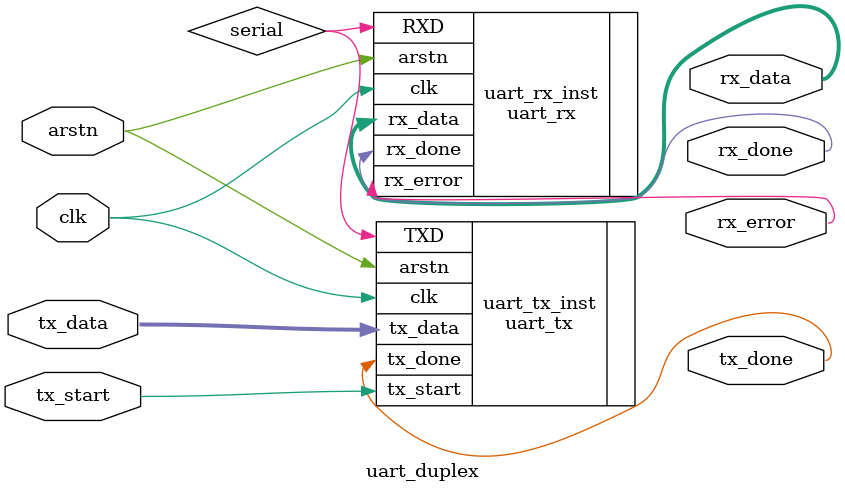
<source format=v>
`timescale 1ns/1ps

module uart_duplex
#(
	parameter	CLK_FREQ = 50_000_000,
				BAUD_RATE = 115200,
				PARITY = "NONE",
				DATA_WIDTH = 8
)
(
	input	clk, arstn,
	input	tx_start,
	input	[DATA_WIDTH-1:0]	tx_data,
	output	tx_done,
	output	[DATA_WIDTH-1:0]	rx_data,
	output	rx_done,
	output	rx_error
);

wire	serial;

uart_tx
#(
	.CLK_FREQ(CLK_FREQ),
	.BAUD_RATE(BAUD_RATE),
	.PARITY(PARITY),
	.DATA_WIDTH(DATA_WIDTH)
)
uart_tx_inst(
	.clk(clk), 
	.arstn(arstn),
	.tx_start(tx_start),
	.tx_done(tx_done),
	.tx_data(tx_data),
	.TXD(serial)
);

uart_rx
#(
	.CLK_FREQ(CLK_FREQ),
	.BAUD_RATE(BAUD_RATE),
	.PARITY(PARITY),
	.DATA_WIDTH(DATA_WIDTH)
)
uart_rx_inst(
	.clk(clk), 
	.arstn(arstn),
	.rx_error(rx_error),
	.rx_done(rx_done),
	.rx_data(rx_data),
	.RXD(serial)
);

endmodule

</source>
